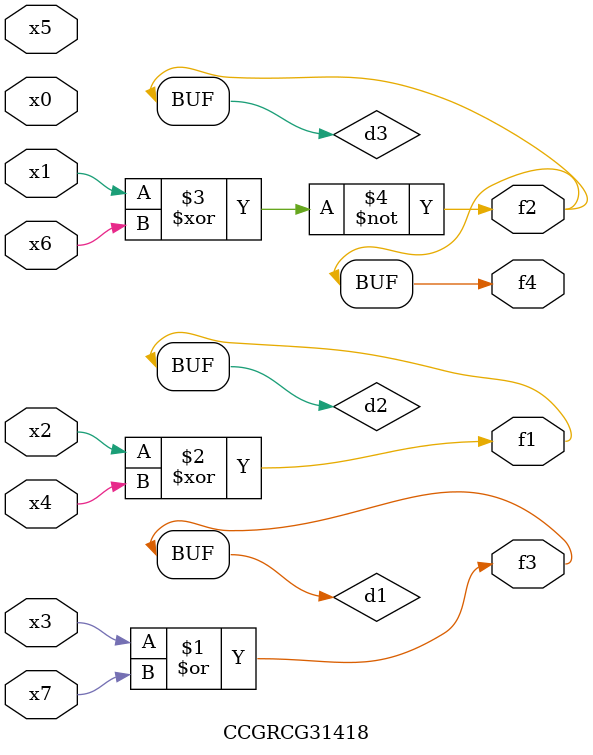
<source format=v>
module CCGRCG31418(
	input x0, x1, x2, x3, x4, x5, x6, x7,
	output f1, f2, f3, f4
);

	wire d1, d2, d3;

	or (d1, x3, x7);
	xor (d2, x2, x4);
	xnor (d3, x1, x6);
	assign f1 = d2;
	assign f2 = d3;
	assign f3 = d1;
	assign f4 = d3;
endmodule

</source>
